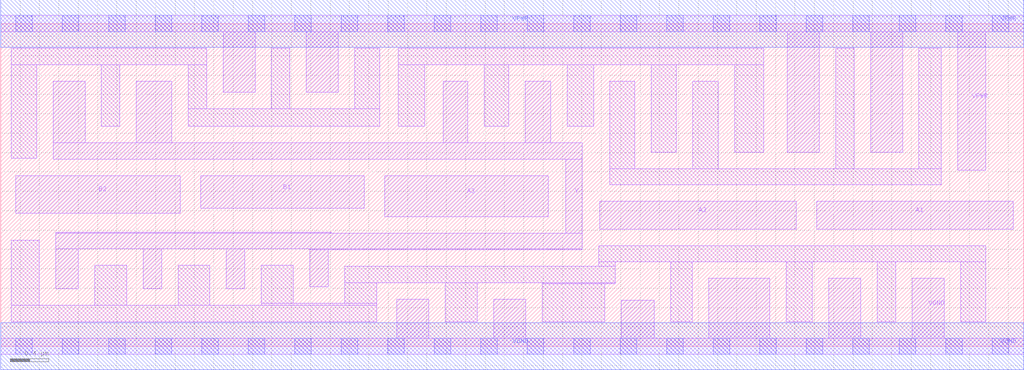
<source format=lef>
# Copyright 2020 The SkyWater PDK Authors
#
# Licensed under the Apache License, Version 2.0 (the "License");
# you may not use this file except in compliance with the License.
# You may obtain a copy of the License at
#
#     https://www.apache.org/licenses/LICENSE-2.0
#
# Unless required by applicable law or agreed to in writing, software
# distributed under the License is distributed on an "AS IS" BASIS,
# WITHOUT WARRANTIES OR CONDITIONS OF ANY KIND, either express or implied.
# See the License for the specific language governing permissions and
# limitations under the License.
#
# SPDX-License-Identifier: Apache-2.0

VERSION 5.7 ;
  NAMESCASESENSITIVE ON ;
  NOWIREEXTENSIONATPIN ON ;
  DIVIDERCHAR "/" ;
  BUSBITCHARS "[]" ;
UNITS
  DATABASE MICRONS 200 ;
END UNITS
MACRO sky130_fd_sc_lp__o32ai_4
  CLASS CORE ;
  SOURCE USER ;
  FOREIGN sky130_fd_sc_lp__o32ai_4 ;
  ORIGIN  0.000000  0.000000 ;
  SIZE  10.56000 BY  3.330000 ;
  SYMMETRY X Y R90 ;
  SITE unit ;
  PIN A1
    ANTENNAGATEAREA  1.260000 ;
    DIRECTION INPUT ;
    USE SIGNAL ;
    PORT
      LAYER li1 ;
        RECT 8.425000 1.210000 10.455000 1.495000 ;
    END
  END A1
  PIN A2
    ANTENNAGATEAREA  1.260000 ;
    DIRECTION INPUT ;
    USE SIGNAL ;
    PORT
      LAYER li1 ;
        RECT 6.185000 1.210000 8.215000 1.495000 ;
    END
  END A2
  PIN A3
    ANTENNAGATEAREA  1.260000 ;
    DIRECTION INPUT ;
    USE SIGNAL ;
    PORT
      LAYER li1 ;
        RECT 3.965000 1.335000 5.655000 1.760000 ;
    END
  END A3
  PIN B1
    ANTENNAGATEAREA  1.260000 ;
    DIRECTION INPUT ;
    USE SIGNAL ;
    PORT
      LAYER li1 ;
        RECT 2.065000 1.425000 3.755000 1.760000 ;
    END
  END B1
  PIN B2
    ANTENNAGATEAREA  1.260000 ;
    DIRECTION INPUT ;
    USE SIGNAL ;
    PORT
      LAYER li1 ;
        RECT 0.155000 1.375000 1.855000 1.760000 ;
    END
  END B2
  PIN Y
    ANTENNADIFFAREA  2.352000 ;
    DIRECTION OUTPUT ;
    USE SIGNAL ;
    PORT
      LAYER li1 ;
        RECT 0.540000 1.930000 6.005000 2.100000 ;
        RECT 0.540000 2.100000 0.870000 2.735000 ;
        RECT 0.570000 0.595000 0.800000 1.005000 ;
        RECT 0.570000 1.005000 6.005000 1.165000 ;
        RECT 0.570000 1.165000 3.410000 1.175000 ;
        RECT 1.400000 2.100000 1.765000 2.735000 ;
        RECT 1.470000 0.595000 1.660000 1.005000 ;
        RECT 2.330000 0.595000 2.520000 1.005000 ;
        RECT 3.190000 0.615000 3.380000 0.995000 ;
        RECT 3.190000 0.995000 6.005000 1.005000 ;
        RECT 4.570000 2.100000 4.820000 2.735000 ;
        RECT 5.415000 2.100000 5.680000 2.735000 ;
        RECT 5.835000 1.165000 6.005000 1.930000 ;
    END
  END Y
  PIN VGND
    DIRECTION INOUT ;
    USE GROUND ;
    PORT
      LAYER li1 ;
        RECT 0.000000 -0.085000 10.560000 0.085000 ;
        RECT 4.090000  0.085000  4.420000 0.485000 ;
        RECT 5.090000  0.085000  5.420000 0.485000 ;
        RECT 6.405000  0.085000  6.745000 0.475000 ;
        RECT 7.310000  0.085000  7.940000 0.700000 ;
        RECT 8.550000  0.085000  8.880000 0.700000 ;
        RECT 9.410000  0.085000  9.740000 0.700000 ;
      LAYER mcon ;
        RECT  0.155000 -0.085000  0.325000 0.085000 ;
        RECT  0.635000 -0.085000  0.805000 0.085000 ;
        RECT  1.115000 -0.085000  1.285000 0.085000 ;
        RECT  1.595000 -0.085000  1.765000 0.085000 ;
        RECT  2.075000 -0.085000  2.245000 0.085000 ;
        RECT  2.555000 -0.085000  2.725000 0.085000 ;
        RECT  3.035000 -0.085000  3.205000 0.085000 ;
        RECT  3.515000 -0.085000  3.685000 0.085000 ;
        RECT  3.995000 -0.085000  4.165000 0.085000 ;
        RECT  4.475000 -0.085000  4.645000 0.085000 ;
        RECT  4.955000 -0.085000  5.125000 0.085000 ;
        RECT  5.435000 -0.085000  5.605000 0.085000 ;
        RECT  5.915000 -0.085000  6.085000 0.085000 ;
        RECT  6.395000 -0.085000  6.565000 0.085000 ;
        RECT  6.875000 -0.085000  7.045000 0.085000 ;
        RECT  7.355000 -0.085000  7.525000 0.085000 ;
        RECT  7.835000 -0.085000  8.005000 0.085000 ;
        RECT  8.315000 -0.085000  8.485000 0.085000 ;
        RECT  8.795000 -0.085000  8.965000 0.085000 ;
        RECT  9.275000 -0.085000  9.445000 0.085000 ;
        RECT  9.755000 -0.085000  9.925000 0.085000 ;
        RECT 10.235000 -0.085000 10.405000 0.085000 ;
      LAYER met1 ;
        RECT 0.000000 -0.245000 10.560000 0.245000 ;
    END
  END VGND
  PIN VPWR
    DIRECTION INOUT ;
    USE POWER ;
    PORT
      LAYER li1 ;
        RECT 0.000000 3.245000 10.560000 3.415000 ;
        RECT 2.295000 2.620000  2.625000 3.245000 ;
        RECT 3.155000 2.620000  3.485000 3.245000 ;
        RECT 8.120000 2.005000  8.450000 3.245000 ;
        RECT 8.980000 2.005000  9.310000 3.245000 ;
        RECT 9.880000 1.815000 10.170000 3.245000 ;
      LAYER mcon ;
        RECT  0.155000 3.245000  0.325000 3.415000 ;
        RECT  0.635000 3.245000  0.805000 3.415000 ;
        RECT  1.115000 3.245000  1.285000 3.415000 ;
        RECT  1.595000 3.245000  1.765000 3.415000 ;
        RECT  2.075000 3.245000  2.245000 3.415000 ;
        RECT  2.555000 3.245000  2.725000 3.415000 ;
        RECT  3.035000 3.245000  3.205000 3.415000 ;
        RECT  3.515000 3.245000  3.685000 3.415000 ;
        RECT  3.995000 3.245000  4.165000 3.415000 ;
        RECT  4.475000 3.245000  4.645000 3.415000 ;
        RECT  4.955000 3.245000  5.125000 3.415000 ;
        RECT  5.435000 3.245000  5.605000 3.415000 ;
        RECT  5.915000 3.245000  6.085000 3.415000 ;
        RECT  6.395000 3.245000  6.565000 3.415000 ;
        RECT  6.875000 3.245000  7.045000 3.415000 ;
        RECT  7.355000 3.245000  7.525000 3.415000 ;
        RECT  7.835000 3.245000  8.005000 3.415000 ;
        RECT  8.315000 3.245000  8.485000 3.415000 ;
        RECT  8.795000 3.245000  8.965000 3.415000 ;
        RECT  9.275000 3.245000  9.445000 3.415000 ;
        RECT  9.755000 3.245000  9.925000 3.415000 ;
        RECT 10.235000 3.245000 10.405000 3.415000 ;
      LAYER met1 ;
        RECT 0.000000 3.085000 10.560000 3.575000 ;
    END
  END VPWR
  OBS
    LAYER li1 ;
      RECT 0.110000 0.255000  3.880000 0.425000 ;
      RECT 0.110000 0.425000  0.400000 1.095000 ;
      RECT 0.110000 1.940000  0.370000 2.905000 ;
      RECT 0.110000 2.905000  2.125000 3.075000 ;
      RECT 0.970000 0.425000  1.300000 0.835000 ;
      RECT 1.040000 2.270000  1.230000 2.905000 ;
      RECT 1.830000 0.425000  2.160000 0.835000 ;
      RECT 1.935000 2.270000  3.915000 2.450000 ;
      RECT 1.935000 2.450000  2.125000 2.905000 ;
      RECT 2.690000 0.425000  3.880000 0.445000 ;
      RECT 2.690000 0.445000  3.020000 0.835000 ;
      RECT 2.795000 2.450000  2.985000 3.075000 ;
      RECT 3.550000 0.445000  3.880000 0.655000 ;
      RECT 3.550000 0.655000  6.345000 0.825000 ;
      RECT 3.655000 2.450000  3.915000 3.075000 ;
      RECT 4.105000 2.270000  4.375000 2.905000 ;
      RECT 4.105000 2.905000  7.875000 3.075000 ;
      RECT 4.590000 0.255000  4.920000 0.655000 ;
      RECT 4.990000 2.270000  5.245000 2.905000 ;
      RECT 5.590000 0.255000  6.235000 0.645000 ;
      RECT 5.590000 0.645000  6.345000 0.655000 ;
      RECT 5.850000 2.270000  6.120000 2.905000 ;
      RECT 6.175000 0.825000  6.345000 0.870000 ;
      RECT 6.175000 0.870000 10.170000 1.040000 ;
      RECT 6.290000 1.665000  9.710000 1.835000 ;
      RECT 6.290000 1.835000  6.545000 2.735000 ;
      RECT 6.715000 2.005000  6.975000 2.905000 ;
      RECT 6.915000 0.255000  7.140000 0.870000 ;
      RECT 7.145000 1.835000  7.410000 2.735000 ;
      RECT 7.580000 2.005000  7.875000 2.905000 ;
      RECT 8.110000 0.255000  8.380000 0.870000 ;
      RECT 8.620000 1.835000  8.810000 3.075000 ;
      RECT 9.050000 0.255000  9.240000 0.870000 ;
      RECT 9.480000 1.835000  9.710000 3.075000 ;
      RECT 9.910000 0.255000 10.170000 0.870000 ;
  END
END sky130_fd_sc_lp__o32ai_4

</source>
